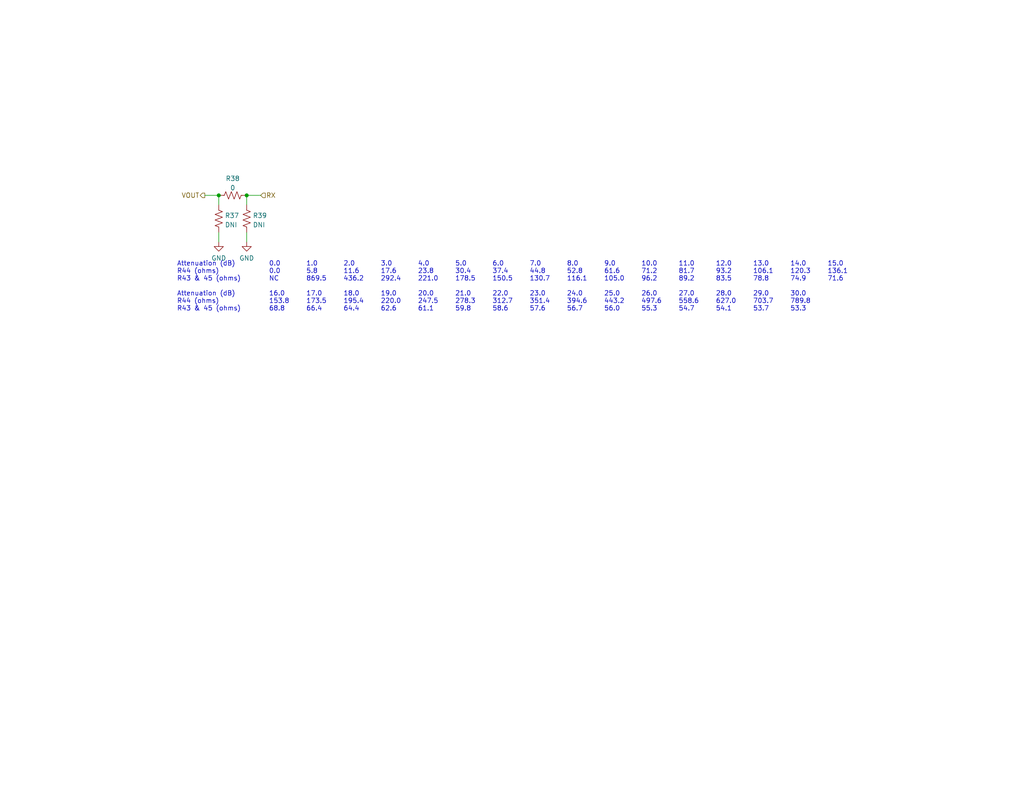
<source format=kicad_sch>
(kicad_sch (version 20211123) (generator eeschema)
  (paper "USLetter")
  (title_block (title "Pi Attenuator Network") (date "2022-06-20") (company "SilverSat Ltd."))
  (lib_symbols
    (symbol "Device:R_US" (pin_numbers hide) (pin_names (offset 0))
      (property "Reference" "R" (at 2.54 0 90))
      (property "Value" "R_US" (at -2.54 0 90))
      (symbol "R_US_0_1"
        (polyline (pts (xy 0 -2.286) (xy 0 -2.54)))
        (polyline (pts (xy 0 2.286) (xy 0 2.54)))
        (polyline (pts (xy 0 -0.762) (xy 1.016 -1.143) (xy 0 -1.524) (xy -1.016 -1.905) (xy 0 -2.286)))
        (polyline (pts (xy 0 0.762) (xy 1.016 0.381) (xy 0 0) (xy -1.016 -0.381) (xy 0 -0.762)))
        (polyline (pts (xy 0 2.286) (xy 1.016 1.905) (xy 0 1.524) (xy -1.016 1.143) (xy 0 0.762)))
      )
      (symbol "R_US_1_1"
        (pin passive line (at 0 3.81 270) (length 1.27) (name "~") (number "1"))
        (pin passive line (at 0 -3.81 90) (length 1.27) (name "~") (number "2"))
      )
    )
    (symbol "power:GND" (power) (pin_names (offset 0))
      (property "Value" "GND" (at 0 -3.81 0))
      (symbol "GND_0_1"
        (polyline (pts (xy 0 0) (xy 0 -1.27) (xy 1.27 -1.27) (xy 0 -2.54) (xy -1.27 -1.27) (xy 0 -1.27)))
      )
      (symbol "GND_1_1"
        (pin power_in line (at 0 0 270) (length 0) hide (name "GND") (number "1"))
      )
    )
  )
  (junction (at 59.69 53.34))
  (junction (at 67.31 53.34))
  (wire (pts (xy 59.69 53.34) (xy 59.69 55.88)))
  (wire (pts (xy 59.69 63.5) (xy 59.69 66.04)))
  (wire (pts (xy 67.31 53.34) (xy 71.12 53.34)))
  (wire (pts (xy 67.31 53.34) (xy 67.31 55.88)))
  (wire (pts (xy 55.88 53.34) (xy 59.69 53.34)))
  (wire (pts (xy 67.31 63.5) (xy 67.31 66.04)))
  (text "Attenuation (dB)	0.0		1.0		2.0		3.0		4.0		5.0		6.0		7.0		8.0		9.0		10.0	11.0	12.0	13.0	14.0	15.0\nR44 (ohms)			0.0		5.8		11.6	17.6	23.8	30.4	37.4	44.8	52.8	61.6	71.2	81.7	93.2	106.1	120.3	136.1	\nR43 & 45 (ohms)		NC		869.5	436.2	292.4	221.0	178.5	150.5	130.7	116.1	105.0	96.2	89.2	83.5	78.8	74.9	71.6\n\nAttenuation (dB)	16.0	17.0	18.0	19.0	20.0	21.0	22.0	23.0	24.0	25.0	26.0	27.0	28.0	29.0	30.0\nR44 (ohms)			153.8	173.5	195.4	220.0	247.5	278.3	312.7	351.4	394.6	443.2	497.6	558.6	627.0	703.7	789.8	\nR43 & 45 (ohms)		68.8	66.4	64.4	62.6	61.1	59.8	58.6	57.6	56.7	56.0	55.3	54.7	54.1	53.7	53.3" (at 48.26 85.09 0) (effects (font (size 1.27 1.27)) (justify left bottom)))
  (hierarchical_label "VOUT" (shape output) (at 55.88 53.34 180))
  (hierarchical_label "RX" (shape input) (at 71.12 53.34 0))
  (symbol (lib_id "Device:R_US") (at 59.69 59.69 180) (unit 1)
    (property "Reference" "R37" (at 61.341 58.8553 0) (effects (justify right)))
    (property "Value" "DNI" (at 61.341 61.3922 0) (effects (justify right)))
    (property "Footprint" "Resistor_SMD:R_0402_1005Metric" (effects hide))
    (property "DNP" "DNP" (effects hide))
  )
  (symbol (lib_id "power:GND") (at 67.31 66.04 0) (unit 1)
    (property "Reference" "#PWR0106" (effects hide))
    (property "Value" "~" (at 67.31 70.4834 0))
  )
  (symbol (lib_id "Device:R_US") (at 63.5 53.34 90) (unit 1)
    (property "Reference" "R38" (at 63.5 48.7512 90))
    (property "Value" "0" (at 63.5 51.2881 90))
    (property "Footprint" "Resistor_SMD:R_0402_1005Metric" (effects hide))
    (property "Datasheet" "ERJ-H2G0R00X" (effects hide))
    (property "Description" "“Thick Film Resistors - SMD 0402 0Ohm AEC-Q200” (Mouser Electronics “ERJ-H2G0R00X”. 2022. https://www.mouser.com/ProductDetail/Panasonic/ERJ-H2G0R00X?qs=eP2BKZSCXI6wQjFmf3rUSA%3D%3D. Accessed 20 June 2022)" (effects hide))
    (property "Height" "0.35" (effects hide))
    (property "MPN" "ERJ-2GE0R00X" (effects hide))
    (property "Manufacturer" "Panasonic" (effects hide))
    (property "Manufacturer_Name" "Panasonic" (effects hide))
    (property "Manufacturer_Part_Number" "ERJ-H2G0R00X" (effects hide))
    (property "Mouser Part Number" "667-ERJ-H2G0R00X" (effects hide))
    (property "Mouser Price/Stock" "https://www.mouser.com/ProductDetail/Panasonic/ERJ-H2G0R00X?qs=eP2BKZSCXI6wQjFmf3rUSA%3D%3D" (effects hide))
    (property "Mouser_Part_Number" "667-ERJ-H2G0R00X" (effects hide))
    (property "Part_Number" "ERJ-H2G0R00X" (effects hide))
  )
  (symbol (lib_id "Device:R_US") (at 67.31 59.69 180) (unit 1)
    (property "Reference" "R39" (at 68.961 58.8553 0) (effects (justify right)))
    (property "Value" "DNI" (at 68.961 61.3922 0) (effects (justify right)))
    (property "Footprint" "Resistor_SMD:R_0402_1005Metric" (effects hide))
    (property "DNP" "DNP" (effects hide))
  )
  (symbol (lib_id "power:GND") (at 59.69 66.04 0) (unit 1)
    (property "Reference" "#PWR0105" (effects hide))
    (property "Value" "~" (at 59.69 70.4834 0))
  )
)
</source>
